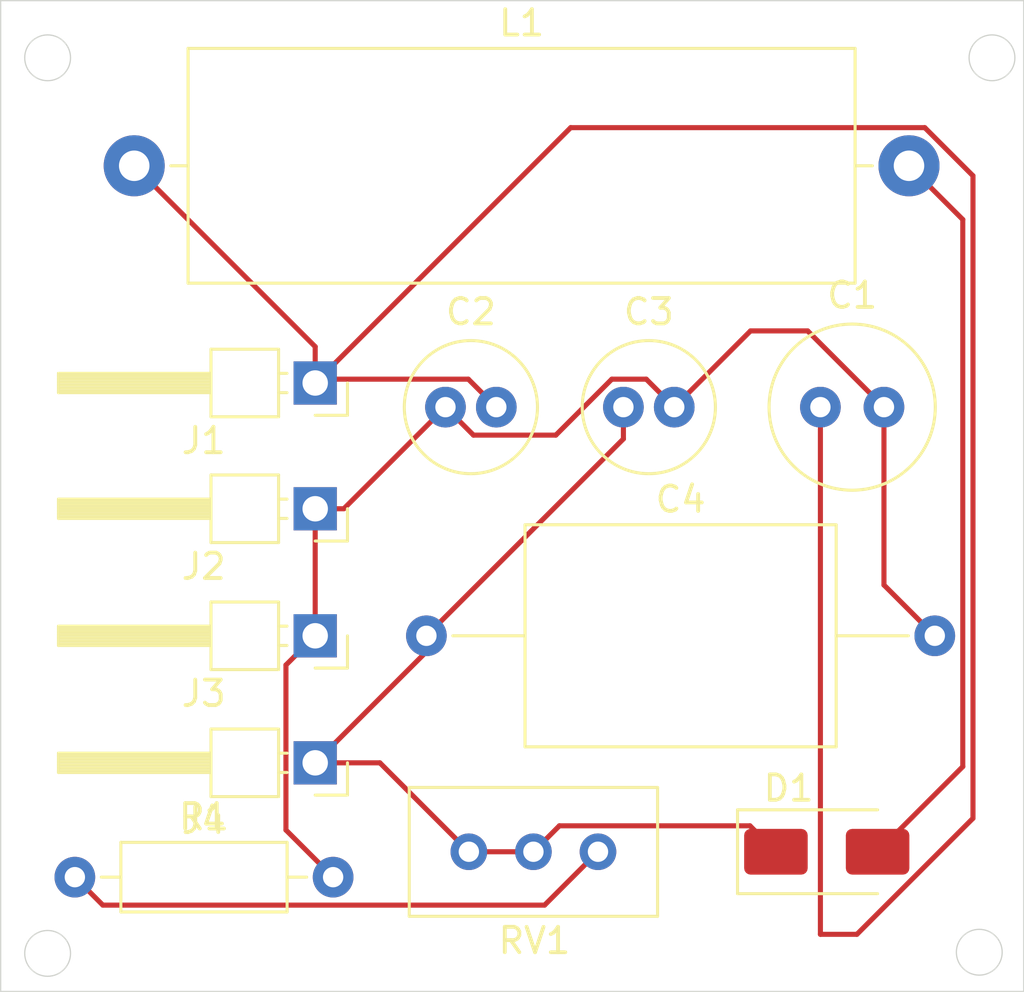
<source format=kicad_pcb>
(kicad_pcb (version 20241229) (generator "pcbnew") (generator_version "9.0")
  (layers (0 "F.Cu" signal) (2 "B.Cu" signal) (13 "F.Paste" user) (15 "B.Paste" user) (5 "F.SilkS" user "F.Silkscreen") (7 "B.SilkS" user "B.Silkscreen") (1 "F.Mask" user) (3 "B.Mask" user) (25 "Edge.Cuts" user))
  (net 0 "")
  (net 1 "Net-(J1-Pin_1)")
  (net 2 "GND")
  (net 3 "Net-(D1-K)")
  (net 4 "Net-(D1-A)")
  (net 5 "Net-(VR1-FB)")
  (footprint "Connector_PinHeader_2.54mm:PinHeader_1x01_P2.54mm_Horizontal" (layer "F.Cu") (at 110.875 78.5 180)
    (property "Reference" "J3" (at 4.385 -2.27 0) (layer "F.SilkS"))
    (property "Value" "Conn_01x01_Pin")
    (fp_line (start 10.1 0.38) (end 4.1 0.38) (stroke (width 0.12)) (layer "F.SilkS"))
    (fp_line (start 10.1 -0.38) (end 10.1 0.38) (stroke (width 0.12)) (layer "F.SilkS"))
    (fp_line (start 4.1 1.33) (end 4.1 -1.33) (stroke (width 0.12)) (layer "F.SilkS"))
    (fp_line (start 4.1 0.28) (end 10.1 0.28) (stroke (width 0.12)) (layer "F.SilkS"))
    (fp_line (start 4.1 0.16) (end 10.1 0.16) (stroke (width 0.12)) (layer "F.SilkS"))
    (fp_line (start 4.1 0.04) (end 10.1 0.04) (stroke (width 0.12)) (layer "F.SilkS"))
    (fp_line (start 4.1 -0.08) (end 10.1 -0.08) (stroke (width 0.12)) (layer "F.SilkS"))
    (fp_line (start 4.1 -0.2) (end 10.1 -0.2) (stroke (width 0.12)) (layer "F.SilkS"))
    (fp_line (start 4.1 -0.32) (end 10.1 -0.32) (stroke (width 0.12)) (layer "F.SilkS"))
    (fp_line (start 4.1 -0.38) (end 10.1 -0.38) (stroke (width 0.12)) (layer "F.SilkS"))
    (fp_line (start 4.1 -1.33) (end 1.44 -1.33) (stroke (width 0.12)) (layer "F.SilkS"))
    (fp_line (start 1.44 1.33) (end 4.1 1.33) (stroke (width 0.12)) (layer "F.SilkS"))
    (fp_line (start 1.44 -1.33) (end 1.44 1.33) (stroke (width 0.12)) (layer "F.SilkS"))
    (fp_line (start 1.11 0.38) (end 1.44 0.38) (stroke (width 0.12)) (layer "F.SilkS"))
    (fp_line (start 1.11 -0.38) (end 1.44 -0.38) (stroke (width 0.12)) (layer "F.SilkS"))
    (fp_line (start -1.27 0) (end -1.27 -1.27) (stroke (width 0.12)) (layer "F.SilkS"))
    (fp_line (start -1.27 -1.27) (end 0 -1.27) (stroke (width 0.12)) (layer "F.SilkS"))
    (pad "1" thru_hole rect (at 0 0 180) (size 1.7 1.7) (drill 1) (layers "*.Cu" "*.Mask") (net 2 "GND"))
  )
  (footprint "Capacitor_THT:C_Radial_D5.0mm_H11.0mm_P2.00mm" (layer "F.Cu") (at 123 69.5)
    (property "Reference" "C3" (at 1 -3.75 0) (layer "F.SilkS"))
    (property "Value" "1uF")
    (fp_circle (center 1 0) (end 3.62 0) (stroke (width 0.12)) (fill no) (layer "F.SilkS"))
    (pad "1" thru_hole circle (at 0 0) (size 1.6 1.6) (drill 0.8) (layers "*.Cu" "*.Mask") (net 3 "Net-(D1-K)"))
    (pad "2" thru_hole circle (at 2 0) (size 1.6 1.6) (drill 0.8) (layers "*.Cu" "*.Mask") (net 2 "GND"))
  )
  (footprint "Potentiometer_THT:Potentiometer_Bourns_3296W_Vertical" (layer "F.Cu") (at 122 87)
    (property "Reference" "RV1" (at -2.5 3.5 180) (layer "F.SilkS"))
    (property "Value" "50K")
    (fp_line (start -7.425 -2.53) (end -7.425 2.54) (stroke (width 0.12)) (layer "F.SilkS"))
    (fp_line (start -7.425 -2.53) (end 2.345 -2.53) (stroke (width 0.12)) (layer "F.SilkS"))
    (fp_line (start -7.425 2.54) (end 2.345 2.54) (stroke (width 0.12)) (layer "F.SilkS"))
    (fp_line (start 2.345 -2.53) (end 2.345 2.54) (stroke (width 0.12)) (layer "F.SilkS"))
    (pad "1" thru_hole circle (at 0 0) (size 1.44 1.44) (drill 0.8) (layers "*.Cu" "*.Mask") (net 5 "Net-(VR1-FB)"))
    (pad "2" thru_hole circle (at -2.54 0) (size 1.44 1.44) (drill 0.8) (layers "*.Cu" "*.Mask") (net 3 "Net-(D1-K)"))
    (pad "3" thru_hole circle (at -5.08 0) (size 1.44 1.44) (drill 0.8) (layers "*.Cu" "*.Mask") (net 3 "Net-(D1-K)"))
  )
  (footprint "Capacitor_THT:C_Radial_D6.3mm_H11.0mm_P2.50mm" (layer "F.Cu") (at 130.75 69.5)
    (property "Reference" "C1" (at 1.25 -4.4 0) (layer "F.SilkS"))
    (property "Value" "47uF/50V")
    (fp_circle (center 1.25 0) (end 4.52 0) (stroke (width 0.12)) (fill no) (layer "F.SilkS"))
    (pad "1" thru_hole circle (at 0 0) (size 1.6 1.6) (drill 0.8) (layers "*.Cu" "*.Mask") (net 1 "Net-(J1-Pin_1)"))
    (pad "2" thru_hole circle (at 2.5 0) (size 1.6 1.6) (drill 0.8) (layers "*.Cu" "*.Mask") (net 2 "GND"))
  )
  (footprint "Resistor_THT:R_Axial_DIN0207_L6.3mm_D2.5mm_P10.16mm_Horizontal" (layer "F.Cu") (at 101.42 88)
    (property "Reference" "R1" (at 5.08 -2.37 0) (layer "F.SilkS"))
    (property "Value" "1K")
    (fp_line (start 1.04 0) (end 1.81 0) (stroke (width 0.12)) (layer "F.SilkS"))
    (fp_line (start 1.81 -1.37) (end 1.81 1.37) (stroke (width 0.12)) (layer "F.SilkS"))
    (fp_line (start 1.81 1.37) (end 8.35 1.37) (stroke (width 0.12)) (layer "F.SilkS"))
    (fp_line (start 8.35 -1.37) (end 1.81 -1.37) (stroke (width 0.12)) (layer "F.SilkS"))
    (fp_line (start 8.35 1.37) (end 8.35 -1.37) (stroke (width 0.12)) (layer "F.SilkS"))
    (fp_line (start 9.12 0) (end 8.35 0) (stroke (width 0.12)) (layer "F.SilkS"))
    (pad "1" thru_hole circle (at 0 0) (size 1.6 1.6) (drill 0.8) (layers "*.Cu" "*.Mask") (net 5 "Net-(VR1-FB)"))
    (pad "2" thru_hole oval (at 10.16 0) (size 1.6 1.6) (drill 0.8) (layers "*.Cu" "*.Mask") (net 2 "GND"))
  )
  (footprint "Inductor_THT:L_Axial_L26.0mm_D9.0mm_P30.48mm_Horizontal_Fastron_77A" (layer "F.Cu") (at 103.755 60)
    (property "Reference" "L1" (at 15.24 -5.62 0) (layer "F.SilkS"))
    (property "Value" "33uH")
    (fp_line (start 1.44 0) (end 2.12 0) (stroke (width 0.12)) (layer "F.SilkS"))
    (fp_line (start 2.12 -4.62) (end 2.12 4.62) (stroke (width 0.12)) (layer "F.SilkS"))
    (fp_line (start 2.12 4.62) (end 28.36 4.62) (stroke (width 0.12)) (layer "F.SilkS"))
    (fp_line (start 28.36 -4.62) (end 2.12 -4.62) (stroke (width 0.12)) (layer "F.SilkS"))
    (fp_line (start 28.36 4.62) (end 28.36 -4.62) (stroke (width 0.12)) (layer "F.SilkS"))
    (fp_line (start 29.04 0) (end 28.36 0) (stroke (width 0.12)) (layer "F.SilkS"))
    (pad "1" thru_hole circle (at 0 0) (size 2.4 2.4) (drill 1.2) (layers "*.Cu" "*.Mask") (net 1 "Net-(J1-Pin_1)"))
    (pad "2" thru_hole oval (at 30.48 0) (size 2.4 2.4) (drill 1.2) (layers "*.Cu" "*.Mask") (net 4 "Net-(D1-A)"))
  )
  (footprint "Capacitor_THT:C_Radial_D5.0mm_H11.0mm_P2.00mm" (layer "F.Cu") (at 116 69.5)
    (property "Reference" "C2" (at 1 -3.75 0) (layer "F.SilkS"))
    (property "Value" "1uF")
    (fp_circle (center 1 0) (end 3.62 0) (stroke (width 0.12)) (fill no) (layer "F.SilkS"))
    (pad "1" thru_hole circle (at 0 0) (size 1.6 1.6) (drill 0.8) (layers "*.Cu" "*.Mask") (net 2 "GND"))
    (pad "2" thru_hole circle (at 2 0) (size 1.6 1.6) (drill 0.8) (layers "*.Cu" "*.Mask") (net 1 "Net-(J1-Pin_1)"))
  )
  (footprint "Connector_PinHeader_2.54mm:PinHeader_1x01_P2.54mm_Horizontal" (layer "F.Cu") (at 110.875 83.5 180)
    (property "Reference" "J4" (at 4.385 -2.27 0) (layer "F.SilkS"))
    (property "Value" "Conn_01x01_Pin")
    (fp_line (start 10.1 0.38) (end 4.1 0.38) (stroke (width 0.12)) (layer "F.SilkS"))
    (fp_line (start 10.1 -0.38) (end 10.1 0.38) (stroke (width 0.12)) (layer "F.SilkS"))
    (fp_line (start 4.1 1.33) (end 4.1 -1.33) (stroke (width 0.12)) (layer "F.SilkS"))
    (fp_line (start 4.1 0.28) (end 10.1 0.28) (stroke (width 0.12)) (layer "F.SilkS"))
    (fp_line (start 4.1 0.16) (end 10.1 0.16) (stroke (width 0.12)) (layer "F.SilkS"))
    (fp_line (start 4.1 0.04) (end 10.1 0.04) (stroke (width 0.12)) (layer "F.SilkS"))
    (fp_line (start 4.1 -0.08) (end 10.1 -0.08) (stroke (width 0.12)) (layer "F.SilkS"))
    (fp_line (start 4.1 -0.2) (end 10.1 -0.2) (stroke (width 0.12)) (layer "F.SilkS"))
    (fp_line (start 4.1 -0.32) (end 10.1 -0.32) (stroke (width 0.12)) (layer "F.SilkS"))
    (fp_line (start 4.1 -0.38) (end 10.1 -0.38) (stroke (width 0.12)) (layer "F.SilkS"))
    (fp_line (start 4.1 -1.33) (end 1.44 -1.33) (stroke (width 0.12)) (layer "F.SilkS"))
    (fp_line (start 1.44 1.33) (end 4.1 1.33) (stroke (width 0.12)) (layer "F.SilkS"))
    (fp_line (start 1.44 -1.33) (end 1.44 1.33) (stroke (width 0.12)) (layer "F.SilkS"))
    (fp_line (start 1.11 0.38) (end 1.44 0.38) (stroke (width 0.12)) (layer "F.SilkS"))
    (fp_line (start 1.11 -0.38) (end 1.44 -0.38) (stroke (width 0.12)) (layer "F.SilkS"))
    (fp_line (start -1.27 0) (end -1.27 -1.27) (stroke (width 0.12)) (layer "F.SilkS"))
    (fp_line (start -1.27 -1.27) (end 0 -1.27) (stroke (width 0.12)) (layer "F.SilkS"))
    (pad "1" thru_hole rect (at 0 0 180) (size 1.7 1.7) (drill 1) (layers "*.Cu" "*.Mask") (net 3 "Net-(D1-K)"))
  )
  (footprint "Capacitor_THT:C_Axial_L12.0mm_D8.5mm_P20.00mm_Horizontal" (layer "F.Cu") (at 115.25 78.5)
    (property "Reference" "C4" (at 10 -5.37 0) (layer "F.SilkS"))
    (property "Value" "220uF/50V")
    (fp_line (start 1.04 0) (end 3.88 0) (stroke (width 0.12)) (layer "F.SilkS"))
    (fp_line (start 3.88 -4.37) (end 3.88 4.37) (stroke (width 0.12)) (layer "F.SilkS"))
    (fp_line (start 3.88 4.37) (end 16.12 4.37) (stroke (width 0.12)) (layer "F.SilkS"))
    (fp_line (start 16.12 -4.37) (end 3.88 -4.37) (stroke (width 0.12)) (layer "F.SilkS"))
    (fp_line (start 16.12 4.37) (end 16.12 -4.37) (stroke (width 0.12)) (layer "F.SilkS"))
    (fp_line (start 18.96 0) (end 16.12 0) (stroke (width 0.12)) (layer "F.SilkS"))
    (pad "1" thru_hole circle (at 0 0) (size 1.6 1.6) (drill 0.8) (layers "*.Cu" "*.Mask") (net 3 "Net-(D1-K)"))
    (pad "2" thru_hole oval (at 20 0) (size 1.6 1.6) (drill 0.8) (layers "*.Cu" "*.Mask") (net 2 "GND"))
  )
  (footprint "Diode_SMD:D_SMA" (layer "F.Cu") (at 131 87)
    (property "Reference" "D1" (at -1.5 -2.5 180) (layer "F.SilkS"))
    (property "Value" "SS34")
    (fp_line (start -3.51 -1.65) (end -3.51 1.65) (stroke (width 0.12)) (layer "F.SilkS"))
    (fp_line (start -3.51 -1.65) (end 2 -1.65) (stroke (width 0.12)) (layer "F.SilkS"))
    (fp_line (start -3.51 1.65) (end 2 1.65) (stroke (width 0.12)) (layer "F.SilkS"))
    (pad "1" smd roundrect (at -2 0) (size 2.5 1.8) (layers "F.Cu" "F.Mask" "F.Paste") (roundrect_rratio 0.1388888889) (net 3 "Net-(D1-K)"))
    (pad "2" smd roundrect (at 2 0) (size 2.5 1.8) (layers "F.Cu" "F.Mask" "F.Paste") (roundrect_rratio 0.1388888889) (net 4 "Net-(D1-A)"))
  )
  (footprint "Connector_PinHeader_2.54mm:PinHeader_1x01_P2.54mm_Horizontal" (layer "F.Cu") (at 110.875 73.5 180)
    (property "Reference" "J2" (at 4.385 -2.27 0) (layer "F.SilkS"))
    (property "Value" "Conn_01x01_Pin")
    (fp_line (start 10.1 0.38) (end 4.1 0.38) (stroke (width 0.12)) (layer "F.SilkS"))
    (fp_line (start 10.1 -0.38) (end 10.1 0.38) (stroke (width 0.12)) (layer "F.SilkS"))
    (fp_line (start 4.1 1.33) (end 4.1 -1.33) (stroke (width 0.12)) (layer "F.SilkS"))
    (fp_line (start 4.1 0.28) (end 10.1 0.28) (stroke (width 0.12)) (layer "F.SilkS"))
    (fp_line (start 4.1 0.16) (end 10.1 0.16) (stroke (width 0.12)) (layer "F.SilkS"))
    (fp_line (start 4.1 0.04) (end 10.1 0.04) (stroke (width 0.12)) (layer "F.SilkS"))
    (fp_line (start 4.1 -0.08) (end 10.1 -0.08) (stroke (width 0.12)) (layer "F.SilkS"))
    (fp_line (start 4.1 -0.2) (end 10.1 -0.2) (stroke (width 0.12)) (layer "F.SilkS"))
    (fp_line (start 4.1 -0.32) (end 10.1 -0.32) (stroke (width 0.12)) (layer "F.SilkS"))
    (fp_line (start 4.1 -0.38) (end 10.1 -0.38) (stroke (width 0.12)) (layer "F.SilkS"))
    (fp_line (start 4.1 -1.33) (end 1.44 -1.33) (stroke (width 0.12)) (layer "F.SilkS"))
    (fp_line (start 1.44 1.33) (end 4.1 1.33) (stroke (width 0.12)) (layer "F.SilkS"))
    (fp_line (start 1.44 -1.33) (end 1.44 1.33) (stroke (width 0.12)) (layer "F.SilkS"))
    (fp_line (start 1.11 0.38) (end 1.44 0.38) (stroke (width 0.12)) (layer "F.SilkS"))
    (fp_line (start 1.11 -0.38) (end 1.44 -0.38) (stroke (width 0.12)) (layer "F.SilkS"))
    (fp_line (start -1.27 0) (end -1.27 -1.27) (stroke (width 0.12)) (layer "F.SilkS"))
    (fp_line (start -1.27 -1.27) (end 0 -1.27) (stroke (width 0.12)) (layer "F.SilkS"))
    (pad "1" thru_hole rect (at 0 0 180) (size 1.7 1.7) (drill 1) (layers "*.Cu" "*.Mask") (net 2 "GND"))
  )
  (footprint "Connector_PinHeader_2.54mm:PinHeader_1x01_P2.54mm_Horizontal" (layer "F.Cu") (at 110.875 68.55 180)
    (property "Reference" "J1" (at 4.385 -2.27 0) (layer "F.SilkS"))
    (property "Value" "Conn_01x01_Pin")
    (fp_line (start 10.1 0.38) (end 4.1 0.38) (stroke (width 0.12)) (layer "F.SilkS"))
    (fp_line (start 10.1 -0.38) (end 10.1 0.38) (stroke (width 0.12)) (layer "F.SilkS"))
    (fp_line (start 4.1 1.33) (end 4.1 -1.33) (stroke (width 0.12)) (layer "F.SilkS"))
    (fp_line (start 4.1 0.28) (end 10.1 0.28) (stroke (width 0.12)) (layer "F.SilkS"))
    (fp_line (start 4.1 0.16) (end 10.1 0.16) (stroke (width 0.12)) (layer "F.SilkS"))
    (fp_line (start 4.1 0.04) (end 10.1 0.04) (stroke (width 0.12)) (layer "F.SilkS"))
    (fp_line (start 4.1 -0.08) (end 10.1 -0.08) (stroke (width 0.12)) (layer "F.SilkS"))
    (fp_line (start 4.1 -0.2) (end 10.1 -0.2) (stroke (width 0.12)) (layer "F.SilkS"))
    (fp_line (start 4.1 -0.32) (end 10.1 -0.32) (stroke (width 0.12)) (layer "F.SilkS"))
    (fp_line (start 4.1 -0.38) (end 10.1 -0.38) (stroke (width 0.12)) (layer "F.SilkS"))
    (fp_line (start 4.1 -1.33) (end 1.44 -1.33) (stroke (width 0.12)) (layer "F.SilkS"))
    (fp_line (start 1.44 1.33) (end 4.1 1.33) (stroke (width 0.12)) (layer "F.SilkS"))
    (fp_line (start 1.44 -1.33) (end 1.44 1.33) (stroke (width 0.12)) (layer "F.SilkS"))
    (fp_line (start 1.11 0.38) (end 1.44 0.38) (stroke (width 0.12)) (layer "F.SilkS"))
    (fp_line (start 1.11 -0.38) (end 1.44 -0.38) (stroke (width 0.12)) (layer "F.SilkS"))
    (fp_line (start -1.27 0) (end -1.27 -1.27) (stroke (width 0.12)) (layer "F.SilkS"))
    (fp_line (start -1.27 -1.27) (end 0 -1.27) (stroke (width 0.12)) (layer "F.SilkS"))
    (pad "1" thru_hole rect (at 0 0 180) (size 1.7 1.7) (drill 1) (layers "*.Cu" "*.Mask") (net 1 "Net-(J1-Pin_1)"))
  )
  (gr_rect (start 98.5 53.5) (end 138.75 92.5) (stroke (width 0.05)) (fill no) (layer "Edge.Cuts"))
  (gr_circle (center 137.5 55.75) (end 138.25 56.25) (stroke (width 0.05)) (fill no) (layer "Edge.Cuts"))
  (gr_circle (center 100.348612 91) (end 101.098612 91.5) (stroke (width 0.05)) (fill no) (layer "Edge.Cuts"))
  (gr_circle (center 137 90.954819) (end 137.75 91.454819) (stroke (width 0.05)) (fill no) (layer "Edge.Cuts"))
  (gr_circle (center 100.348612 55.75) (end 101.098612 56.25) (stroke (width 0.05)) (fill no) (layer "Edge.Cuts"))
  (segment (start 130.75 90.25) (end 132.18616 90.25) (width 0.2) (layer "F.Cu") (net 1))
  (segment (start 130.75 69.5) (end 130.75 90.25) (width 0.2) (layer "F.Cu") (net 1))
  (segment (start 110.875 68.55) (end 111.026 68.399) (width 0.2) (layer "F.Cu") (net 1))
  (segment (start 120.926 58.499) (end 110.875 68.55) (width 0.2) (layer "F.Cu") (net 1))
  (segment (start 136.752 60.394265) (end 134.856735 58.499) (width 0.2) (layer "F.Cu") (net 1))
  (segment (start 111.026 68.399) (end 116.899 68.399) (width 0.2) (layer "F.Cu") (net 1))
  (segment (start 134.856735 58.499) (end 120.926 58.499) (width 0.2) (layer "F.Cu") (net 1))
  (segment (start 103.755 60) (end 110.875 67.12) (width 0.2) (layer "F.Cu") (net 1))
  (segment (start 136.752 85.68416) (end 136.752 60.394265) (width 0.2) (layer "F.Cu") (net 1))
  (segment (start 116.899 68.399) (end 118 69.5) (width 0.2) (layer "F.Cu") (net 1))
  (segment (start 110.875 67.12) (end 110.875 68.55) (width 0.2) (layer "F.Cu") (net 1))
  (segment (start 132.18616 90.25) (end 136.752 85.68416) (width 0.2) (layer "F.Cu") (net 1))
  (segment (start 110.875 73.5) (end 112 73.5) (width 0.2) (layer "F.Cu") (net 2))
  (segment (start 116 69.5) (end 117.101 70.601) (width 0.2) (layer "F.Cu") (net 2))
  (segment (start 130.25 66.5) (end 133.25 69.5) (width 0.2) (layer "F.Cu") (net 2))
  (segment (start 120.34195 70.601) (end 122.54395 68.399) (width 0.2) (layer "F.Cu") (net 2))
  (segment (start 117.101 70.601) (end 120.34195 70.601) (width 0.2) (layer "F.Cu") (net 2))
  (segment (start 133.25 76.5) (end 135.25 78.5) (width 0.2) (layer "F.Cu") (net 2))
  (segment (start 112 73.5) (end 116 69.5) (width 0.2) (layer "F.Cu") (net 2))
  (segment (start 109.724 79.651) (end 110.875 78.5) (width 0.2) (layer "F.Cu") (net 2))
  (segment (start 110.875 78.5) (end 110.875 73.5) (width 0.2) (layer "F.Cu") (net 2))
  (segment (start 109.724 86.144) (end 109.724 79.651) (width 0.2) (layer "F.Cu") (net 2))
  (segment (start 133.25 69.5) (end 133.25 76.5) (width 0.2) (layer "F.Cu") (net 2))
  (segment (start 125 69.5) (end 128 66.5) (width 0.2) (layer "F.Cu") (net 2))
  (segment (start 111.58 88) (end 109.724 86.144) (width 0.2) (layer "F.Cu") (net 2))
  (segment (start 122.54395 68.399) (end 123.899 68.399) (width 0.2) (layer "F.Cu") (net 2))
  (segment (start 123.899 68.399) (end 125 69.5) (width 0.2) (layer "F.Cu") (net 2))
  (segment (start 128 66.5) (end 130.25 66.5) (width 0.2) (layer "F.Cu") (net 2))
  (segment (start 116.92 87) (end 119.46 87) (width 0.2) (layer "F.Cu") (net 3))
  (segment (start 110.875 83.5) (end 113.42 83.5) (width 0.2) (layer "F.Cu") (net 3))
  (segment (start 119.46 87) (end 120.481 85.979) (width 0.2) (layer "F.Cu") (net 3))
  (segment (start 123 69.5) (end 123 70.75) (width 0.2) (layer "F.Cu") (net 3))
  (segment (start 120.481 85.979) (end 127.979 85.979) (width 0.2) (layer "F.Cu") (net 3))
  (segment (start 127.979 85.979) (end 129 87) (width 0.2) (layer "F.Cu") (net 3))
  (segment (start 115.25 78.5) (end 115.25 79.125) (width 0.2) (layer "F.Cu") (net 3))
  (segment (start 123 70.75) (end 115.25 78.5) (width 0.2) (layer "F.Cu") (net 3))
  (segment (start 113.42 83.5) (end 116.92 87) (width 0.2) (layer "F.Cu") (net 3))
  (segment (start 115.25 79.125) (end 110.875 83.5) (width 0.2) (layer "F.Cu") (net 3))
  (segment (start 134.235 60) (end 136.351 62.116) (width 0.2) (layer "F.Cu") (net 4))
  (segment (start 136.351 83.649) (end 133 87) (width 0.2) (layer "F.Cu") (net 4))
  (segment (start 136.351 62.116) (end 136.351 83.649) (width 0.2) (layer "F.Cu") (net 4))
  (segment (start 122 87) (end 119.899 89.101) (width 0.2) (layer "F.Cu") (net 5))
  (segment (start 102.521 89.101) (end 101.42 88) (width 0.2) (layer "F.Cu") (net 5))
  (segment (start 119.899 89.101) (end 102.521 89.101) (width 0.2) (layer "F.Cu") (net 5))
)
</source>
